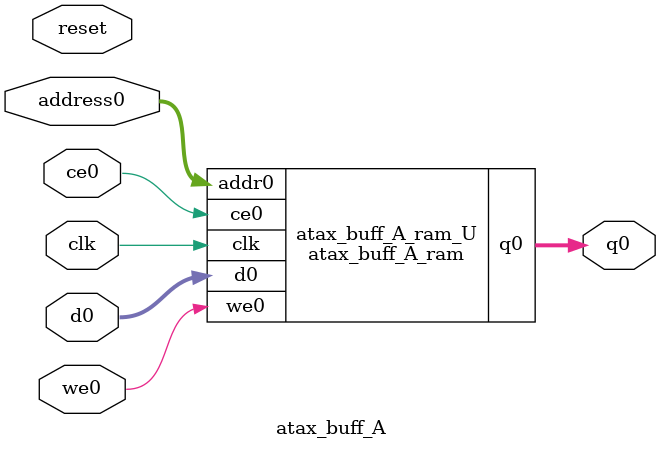
<source format=v>

`timescale 1 ns / 1 ps
module atax_buff_A_ram (addr0, ce0, d0, we0, q0,  clk);

parameter DWIDTH = 32;
parameter AWIDTH = 12;
parameter MEM_SIZE = 4096;

input[AWIDTH-1:0] addr0;
input ce0;
input[DWIDTH-1:0] d0;
input we0;
output reg[DWIDTH-1:0] q0;
input clk;

(* ram_style = "block" *)reg [DWIDTH-1:0] ram[0:MEM_SIZE-1];




always @(posedge clk)  
begin 
    if (ce0) 
    begin
        if (we0) 
        begin 
            ram[addr0] <= d0; 
            q0 <= d0;
        end 
        else 
            q0 <= ram[addr0];
    end
end


endmodule


`timescale 1 ns / 1 ps
module atax_buff_A(
    reset,
    clk,
    address0,
    ce0,
    we0,
    d0,
    q0);

parameter DataWidth = 32'd32;
parameter AddressRange = 32'd4096;
parameter AddressWidth = 32'd12;
input reset;
input clk;
input[AddressWidth - 1:0] address0;
input ce0;
input we0;
input[DataWidth - 1:0] d0;
output[DataWidth - 1:0] q0;



atax_buff_A_ram atax_buff_A_ram_U(
    .clk( clk ),
    .addr0( address0 ),
    .ce0( ce0 ),
    .we0( we0 ),
    .d0( d0 ),
    .q0( q0 ));

endmodule


</source>
